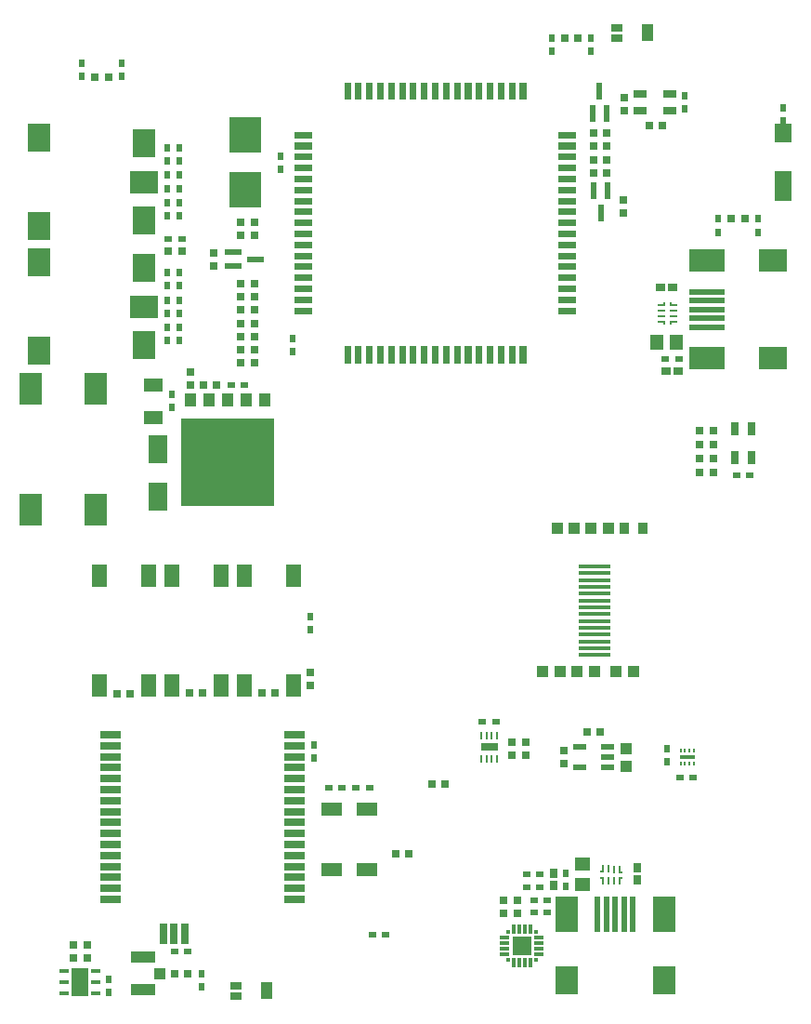
<source format=gtp>
G04*
G04 #@! TF.GenerationSoftware,Altium Limited,Altium Designer,18.1.9 (240)*
G04*
G04 Layer_Color=8421504*
%FSLAX44Y44*%
%MOMM*%
G71*
G01*
G75*
%ADD19R,0.7000X0.9000*%
%ADD20R,0.5000X1.5000*%
%ADD21R,0.6000X0.8000*%
%ADD22R,0.8000X0.7000*%
%ADD23R,0.7000X0.8000*%
%ADD24R,0.8000X0.6000*%
%ADD25R,2.0000X3.0000*%
%ADD26R,1.0000X1.2000*%
%ADD27R,8.4500X8.0000*%
%ADD28R,1.8000X1.3000*%
%ADD29R,1.7500X2.6500*%
%ADD30R,1.5000X0.5000*%
%ADD31R,1.0000X0.6500*%
%ADD32R,1.0000X1.6000*%
%ADD33R,3.0000X3.2000*%
%ADD34R,1.2000X0.8000*%
%ADD35R,1.5000X0.7500*%
%ADD36R,0.2000X0.7000*%
%ADD37R,1.0000X1.0000*%
%ADD38R,1.0000X1.0000*%
%ADD39R,1.2000X0.5500*%
%ADD40R,0.9000X1.0000*%
%ADD41R,3.0000X0.3200*%
%ADD42R,1.6000X2.7000*%
%ADD43R,1.6000X1.8000*%
G04:AMPARAMS|DCode=44|XSize=0.2mm|YSize=0.4mm|CornerRadius=0.02mm|HoleSize=0mm|Usage=FLASHONLY|Rotation=180.000|XOffset=0mm|YOffset=0mm|HoleType=Round|Shape=RoundedRectangle|*
%AMROUNDEDRECTD44*
21,1,0.2000,0.3600,0,0,180.0*
21,1,0.1600,0.4000,0,0,180.0*
1,1,0.0400,-0.0800,0.1800*
1,1,0.0400,0.0800,0.1800*
1,1,0.0400,0.0800,-0.1800*
1,1,0.0400,-0.0800,-0.1800*
%
%ADD44ROUNDEDRECTD44*%
G04:AMPARAMS|DCode=45|XSize=0.2mm|YSize=0.7mm|CornerRadius=0.02mm|HoleSize=0mm|Usage=FLASHONLY|Rotation=270.000|XOffset=0mm|YOffset=0mm|HoleType=Round|Shape=RoundedRectangle|*
%AMROUNDEDRECTD45*
21,1,0.2000,0.6600,0,0,270.0*
21,1,0.1600,0.7000,0,0,270.0*
1,1,0.0400,-0.3300,-0.0800*
1,1,0.0400,-0.3300,0.0800*
1,1,0.0400,0.3300,0.0800*
1,1,0.0400,0.3300,-0.0800*
%
%ADD45ROUNDEDRECTD45*%
%ADD46R,0.9000X0.7000*%
%ADD47R,2.5000X2.0000*%
%ADD48R,3.3000X2.0000*%
%ADD49R,3.3000X0.5000*%
%ADD50R,1.2000X1.4000*%
%ADD51R,2.6000X2.0000*%
%ADD52R,2.0000X2.5000*%
%ADD53R,2.0000X2.5500*%
%ADD54R,0.8000X1.2000*%
%ADD55R,2.2000X1.0500*%
%ADD56R,1.0500X1.0000*%
%ADD57R,1.4000X2.1000*%
%ADD58R,0.7000X1.8500*%
%ADD59R,1.8500X0.7000*%
G04:AMPARAMS|DCode=60|XSize=0.2mm|YSize=0.4mm|CornerRadius=0.02mm|HoleSize=0mm|Usage=FLASHONLY|Rotation=90.000|XOffset=0mm|YOffset=0mm|HoleType=Round|Shape=RoundedRectangle|*
%AMROUNDEDRECTD60*
21,1,0.2000,0.3600,0,0,90.0*
21,1,0.1600,0.4000,0,0,90.0*
1,1,0.0400,0.1800,0.0800*
1,1,0.0400,0.1800,-0.0800*
1,1,0.0400,-0.1800,-0.0800*
1,1,0.0400,-0.1800,0.0800*
%
%ADD60ROUNDEDRECTD60*%
G04:AMPARAMS|DCode=61|XSize=0.2mm|YSize=0.7mm|CornerRadius=0.02mm|HoleSize=0mm|Usage=FLASHONLY|Rotation=180.000|XOffset=0mm|YOffset=0mm|HoleType=Round|Shape=RoundedRectangle|*
%AMROUNDEDRECTD61*
21,1,0.2000,0.6600,0,0,180.0*
21,1,0.1600,0.7000,0,0,180.0*
1,1,0.0400,-0.0800,0.3300*
1,1,0.0400,0.0800,0.3300*
1,1,0.0400,0.0800,-0.3300*
1,1,0.0400,-0.0800,-0.3300*
%
%ADD61ROUNDEDRECTD61*%
%ADD62R,1.4000X1.2000*%
%ADD63R,2.0000X3.3000*%
%ADD64R,0.5000X3.3000*%
%ADD65R,1.4400X0.4400*%
%ADD66R,0.2000X0.3500*%
%ADD67R,1.8000X1.8000*%
%ADD68R,0.3000X0.9000*%
%ADD69R,0.3000X0.3000*%
%ADD70R,0.3000X0.3000*%
%ADD71R,0.9000X0.3000*%
%ADD72R,1.9000X1.3000*%
%ADD73R,0.8500X0.4500*%
%ADD74R,1.6000X2.5000*%
G36*
X502100Y824300D02*
X496100D01*
Y840300D01*
X502100D01*
Y824300D01*
D02*
G37*
G36*
X492100D02*
X486100D01*
Y840300D01*
X492100D01*
Y824300D01*
D02*
G37*
G36*
X482100D02*
X476100D01*
Y840300D01*
X482100D01*
Y824300D01*
D02*
G37*
G36*
X472100D02*
X466100D01*
Y840300D01*
X472100D01*
Y824300D01*
D02*
G37*
G36*
X462100D02*
X456100D01*
Y840300D01*
X462100D01*
Y824300D01*
D02*
G37*
G36*
X452100D02*
X446100D01*
Y840300D01*
X452100D01*
Y824300D01*
D02*
G37*
G36*
X442100D02*
X436100D01*
Y840300D01*
X442100D01*
Y824300D01*
D02*
G37*
G36*
X432100D02*
X426100D01*
Y840300D01*
X432100D01*
Y824300D01*
D02*
G37*
G36*
X422100D02*
X416100D01*
Y840300D01*
X422100D01*
Y824300D01*
D02*
G37*
G36*
X412100D02*
X406100D01*
Y840300D01*
X412100D01*
Y824300D01*
D02*
G37*
G36*
X402100D02*
X396100D01*
Y840300D01*
X402100D01*
Y824300D01*
D02*
G37*
G36*
X392100D02*
X386100D01*
Y840300D01*
X392100D01*
Y824300D01*
D02*
G37*
G36*
X382100D02*
X376100D01*
Y840300D01*
X382100D01*
Y824300D01*
D02*
G37*
G36*
X372100D02*
X366100D01*
Y840300D01*
X372100D01*
Y824300D01*
D02*
G37*
G36*
X362100D02*
X356100D01*
Y840300D01*
X362100D01*
Y824300D01*
D02*
G37*
G36*
X352100D02*
X346100D01*
Y840300D01*
X352100D01*
Y824300D01*
D02*
G37*
G36*
X342100D02*
X336100D01*
Y840300D01*
X342100D01*
Y824300D01*
D02*
G37*
G36*
X547100Y789300D02*
X531100D01*
Y795300D01*
X547100D01*
Y789300D01*
D02*
G37*
G36*
X307100D02*
X291100D01*
Y795300D01*
X307100D01*
Y789300D01*
D02*
G37*
G36*
X547100Y779300D02*
X531100D01*
Y785300D01*
X547100D01*
Y779300D01*
D02*
G37*
G36*
X307100D02*
X291100D01*
Y785300D01*
X307100D01*
Y779300D01*
D02*
G37*
G36*
X547100Y769300D02*
X531100D01*
Y775300D01*
X547100D01*
Y769300D01*
D02*
G37*
G36*
X307100D02*
X291100D01*
Y775300D01*
X307100D01*
Y769300D01*
D02*
G37*
G36*
X547100Y759300D02*
X531100D01*
Y765300D01*
X547100D01*
Y759300D01*
D02*
G37*
G36*
X307100D02*
X291100D01*
Y765300D01*
X307100D01*
Y759300D01*
D02*
G37*
G36*
X547100Y749300D02*
X531100D01*
Y755300D01*
X547100D01*
Y749300D01*
D02*
G37*
G36*
X307100D02*
X291100D01*
Y755300D01*
X307100D01*
Y749300D01*
D02*
G37*
G36*
X547100Y739300D02*
X531100D01*
Y745300D01*
X547100D01*
Y739300D01*
D02*
G37*
G36*
X307100D02*
X291100D01*
Y745300D01*
X307100D01*
Y739300D01*
D02*
G37*
G36*
X547100Y729300D02*
X531100D01*
Y735300D01*
X547100D01*
Y729300D01*
D02*
G37*
G36*
X307100D02*
X291100D01*
Y735300D01*
X307100D01*
Y729300D01*
D02*
G37*
G36*
X547100Y719300D02*
X531100D01*
Y725300D01*
X547100D01*
Y719300D01*
D02*
G37*
G36*
X307100D02*
X291100D01*
Y725300D01*
X307100D01*
Y719300D01*
D02*
G37*
G36*
X547100Y709300D02*
X531100D01*
Y715300D01*
X547100D01*
Y709300D01*
D02*
G37*
G36*
X307100D02*
X291100D01*
Y715300D01*
X307100D01*
Y709300D01*
D02*
G37*
G36*
X547100Y699300D02*
X531100D01*
Y705300D01*
X547100D01*
Y699300D01*
D02*
G37*
G36*
X307100D02*
X291100D01*
Y705300D01*
X307100D01*
Y699300D01*
D02*
G37*
G36*
X547100Y689300D02*
X531100D01*
Y695300D01*
X547100D01*
Y689300D01*
D02*
G37*
G36*
X307100D02*
X291100D01*
Y695300D01*
X307100D01*
Y689300D01*
D02*
G37*
G36*
X547100Y679300D02*
X531100D01*
Y685300D01*
X547100D01*
Y679300D01*
D02*
G37*
G36*
X307100D02*
X291100D01*
Y685300D01*
X307100D01*
Y679300D01*
D02*
G37*
G36*
X547100Y669300D02*
X531100D01*
Y675300D01*
X547100D01*
Y669300D01*
D02*
G37*
G36*
X307100D02*
X291100D01*
Y675300D01*
X307100D01*
Y669300D01*
D02*
G37*
G36*
X547100Y659300D02*
X531100D01*
Y665300D01*
X547100D01*
Y659300D01*
D02*
G37*
G36*
X307100D02*
X291100D01*
Y665300D01*
X307100D01*
Y659300D01*
D02*
G37*
G36*
X547100Y649300D02*
X531100D01*
Y655300D01*
X547100D01*
Y649300D01*
D02*
G37*
G36*
X307100D02*
X291100D01*
Y655300D01*
X307100D01*
Y649300D01*
D02*
G37*
G36*
X547100Y639300D02*
X531100D01*
Y645300D01*
X547100D01*
Y639300D01*
D02*
G37*
G36*
X307100D02*
X291100D01*
Y645300D01*
X307100D01*
Y639300D01*
D02*
G37*
G36*
X547100Y629300D02*
X531100D01*
Y635300D01*
X547100D01*
Y629300D01*
D02*
G37*
G36*
X307100D02*
X291100D01*
Y635300D01*
X307100D01*
Y629300D01*
D02*
G37*
G36*
X502100Y584300D02*
X496100D01*
Y600300D01*
X502100D01*
Y584300D01*
D02*
G37*
G36*
X492100D02*
X486100D01*
Y600300D01*
X492100D01*
Y584300D01*
D02*
G37*
G36*
X482100D02*
X476100D01*
Y600300D01*
X482100D01*
Y584300D01*
D02*
G37*
G36*
X472100D02*
X466100D01*
Y600300D01*
X472100D01*
Y584300D01*
D02*
G37*
G36*
X462100D02*
X456100D01*
Y600300D01*
X462100D01*
Y584300D01*
D02*
G37*
G36*
X452100D02*
X446100D01*
Y600300D01*
X452100D01*
Y584300D01*
D02*
G37*
G36*
X442100D02*
X436100D01*
Y600300D01*
X442100D01*
Y584300D01*
D02*
G37*
G36*
X432100D02*
X426100D01*
Y600300D01*
X432100D01*
Y584300D01*
D02*
G37*
G36*
X422100D02*
X416100D01*
Y600300D01*
X422100D01*
Y584300D01*
D02*
G37*
G36*
X412100D02*
X406100D01*
Y600300D01*
X412100D01*
Y584300D01*
D02*
G37*
G36*
X402100D02*
X396100D01*
Y600300D01*
X402100D01*
Y584300D01*
D02*
G37*
G36*
X392100D02*
X386100D01*
Y600300D01*
X392100D01*
Y584300D01*
D02*
G37*
G36*
X382100D02*
X376100D01*
Y600300D01*
X382100D01*
Y584300D01*
D02*
G37*
G36*
X372100D02*
X366100D01*
Y600300D01*
X372100D01*
Y584300D01*
D02*
G37*
G36*
X362100D02*
X356100D01*
Y600300D01*
X362100D01*
Y584300D01*
D02*
G37*
G36*
X352100D02*
X346100D01*
Y600300D01*
X352100D01*
Y584300D01*
D02*
G37*
G36*
X342100D02*
X336100D01*
Y600300D01*
X342100D01*
Y584300D01*
D02*
G37*
D19*
X603600Y125080D02*
D03*
Y114080D02*
D03*
X526800Y120080D02*
D03*
Y109080D02*
D03*
D20*
X562300Y812371D02*
D03*
X575300D02*
D03*
X568800Y832371D02*
D03*
X570000Y721500D02*
D03*
X563500Y741500D02*
D03*
X576500D02*
D03*
D21*
X646200Y828000D02*
D03*
Y816000D02*
D03*
X179000Y544000D02*
D03*
Y556000D02*
D03*
X278000Y773000D02*
D03*
Y761000D02*
D03*
X561000Y868700D02*
D03*
Y880700D02*
D03*
X525000Y868700D02*
D03*
Y880700D02*
D03*
X97000Y857600D02*
D03*
Y845600D02*
D03*
X133500Y857800D02*
D03*
Y845800D02*
D03*
X713000Y704000D02*
D03*
Y716000D02*
D03*
X677000Y704000D02*
D03*
Y716000D02*
D03*
X288914Y607316D02*
D03*
Y595316D02*
D03*
X736000Y817000D02*
D03*
Y805000D02*
D03*
X174600Y655050D02*
D03*
Y667050D02*
D03*
X185600Y655050D02*
D03*
Y667050D02*
D03*
X174600Y605050D02*
D03*
Y617050D02*
D03*
X185600Y605050D02*
D03*
Y617050D02*
D03*
X185600Y768700D02*
D03*
Y780700D02*
D03*
X174600Y768700D02*
D03*
Y780700D02*
D03*
Y743700D02*
D03*
Y755700D02*
D03*
X185600Y743700D02*
D03*
Y755700D02*
D03*
Y718700D02*
D03*
Y730700D02*
D03*
X174600Y718700D02*
D03*
Y730700D02*
D03*
X174600Y630050D02*
D03*
Y642050D02*
D03*
X185600Y630050D02*
D03*
Y642050D02*
D03*
X630000Y234000D02*
D03*
Y222000D02*
D03*
X206105Y17026D02*
D03*
Y29025D02*
D03*
X305460Y341980D02*
D03*
Y353980D02*
D03*
X308450Y225000D02*
D03*
Y237000D02*
D03*
X538300Y108580D02*
D03*
Y120580D02*
D03*
X121600Y23800D02*
D03*
Y11800D02*
D03*
D22*
X575000Y782300D02*
D03*
X563000D02*
D03*
X626000Y801000D02*
D03*
X614000D02*
D03*
X575000Y770000D02*
D03*
X563000D02*
D03*
X563000Y794000D02*
D03*
X575000D02*
D03*
X563000Y758000D02*
D03*
X575000D02*
D03*
X188000Y686300D02*
D03*
X176000D02*
D03*
X208000Y565000D02*
D03*
X220000D02*
D03*
X242000Y701000D02*
D03*
X254000D02*
D03*
X254000Y633000D02*
D03*
X242000D02*
D03*
X254000Y621000D02*
D03*
X242000D02*
D03*
Y657000D02*
D03*
X254000D02*
D03*
Y585000D02*
D03*
X242000D02*
D03*
X254000Y597000D02*
D03*
X242000D02*
D03*
X254000Y609000D02*
D03*
X242000D02*
D03*
Y645000D02*
D03*
X254000D02*
D03*
X557200Y249000D02*
D03*
X569200D02*
D03*
X254000Y713000D02*
D03*
X242000D02*
D03*
X537000Y880700D02*
D03*
X549000D02*
D03*
X109100Y845300D02*
D03*
X121100D02*
D03*
X689000Y716000D02*
D03*
X701000D02*
D03*
X141280Y283924D02*
D03*
X129280D02*
D03*
X672290Y497640D02*
D03*
X660290D02*
D03*
X672290Y485000D02*
D03*
X660290D02*
D03*
X672290Y510340D02*
D03*
X660290D02*
D03*
X195320Y284480D02*
D03*
X207320D02*
D03*
X672290Y523040D02*
D03*
X660290D02*
D03*
X261360Y284480D02*
D03*
X273360D02*
D03*
X193220Y29025D02*
D03*
X181220D02*
D03*
X416000Y201165D02*
D03*
X428000D02*
D03*
X395000Y138000D02*
D03*
X383000D02*
D03*
X493630Y95980D02*
D03*
X481630D02*
D03*
X481630Y83980D02*
D03*
X493630D02*
D03*
D23*
X590500Y733300D02*
D03*
Y721300D02*
D03*
X591000Y814200D02*
D03*
Y826200D02*
D03*
X196000Y565000D02*
D03*
Y577000D02*
D03*
X217000Y685000D02*
D03*
Y673000D02*
D03*
X536200Y220000D02*
D03*
Y232000D02*
D03*
X489000Y228000D02*
D03*
Y240000D02*
D03*
X501800Y228000D02*
D03*
Y240000D02*
D03*
X305460Y291180D02*
D03*
Y303180D02*
D03*
X101560Y55038D02*
D03*
Y43038D02*
D03*
X89010Y55038D02*
D03*
Y43038D02*
D03*
D24*
X233000Y565000D02*
D03*
X245000D02*
D03*
X176000Y698000D02*
D03*
X188000D02*
D03*
X474200Y258000D02*
D03*
X462200D02*
D03*
X321800Y198000D02*
D03*
X333800D02*
D03*
X641000Y588700D02*
D03*
X629000D02*
D03*
X654000Y207200D02*
D03*
X642000D02*
D03*
X706000Y482400D02*
D03*
X694000D02*
D03*
X181220Y49450D02*
D03*
X193220D02*
D03*
X359060Y198120D02*
D03*
X347060D02*
D03*
X362000Y64310D02*
D03*
X374000D02*
D03*
X502260Y119060D02*
D03*
X514260D02*
D03*
X502260Y107630D02*
D03*
X514260D02*
D03*
X509000Y85000D02*
D03*
X521000D02*
D03*
X509000Y96000D02*
D03*
X521000D02*
D03*
D25*
X50000Y451000D02*
D03*
Y561000D02*
D03*
X110000Y451000D02*
D03*
Y561000D02*
D03*
D26*
X264000Y551000D02*
D03*
X247000D02*
D03*
X230000D02*
D03*
X213000D02*
D03*
X196000D02*
D03*
D27*
X230000Y494450D02*
D03*
D28*
X162000Y535500D02*
D03*
Y564500D02*
D03*
D29*
X166000Y463500D02*
D03*
Y506500D02*
D03*
D30*
X235000Y685700D02*
D03*
Y672700D02*
D03*
X255000Y679200D02*
D03*
D31*
X584230Y890100D02*
D03*
Y880700D02*
D03*
X237100Y8578D02*
D03*
Y17978D02*
D03*
D32*
X612200Y885400D02*
D03*
X265070Y13278D02*
D03*
D33*
X246000Y742300D02*
D03*
Y792300D02*
D03*
D34*
X632500Y814500D02*
D03*
Y829500D02*
D03*
X606100D02*
D03*
Y814500D02*
D03*
D35*
X468200Y235000D02*
D03*
D36*
X475700Y245500D02*
D03*
X470700D02*
D03*
X465700D02*
D03*
X460700D02*
D03*
X475700Y224500D02*
D03*
X470700D02*
D03*
X465700D02*
D03*
X460700D02*
D03*
D37*
X517000Y304000D02*
D03*
X533000D02*
D03*
X546000Y434000D02*
D03*
X530000D02*
D03*
X577000D02*
D03*
X561000D02*
D03*
X564000Y304000D02*
D03*
X548000D02*
D03*
X584000D02*
D03*
X600000D02*
D03*
D38*
X592800Y217800D02*
D03*
Y233800D02*
D03*
D39*
X575800Y216600D02*
D03*
Y226100D02*
D03*
Y235600D02*
D03*
X550800D02*
D03*
Y216600D02*
D03*
D40*
X591500Y434000D02*
D03*
X608500D02*
D03*
D41*
X564000Y319000D02*
D03*
Y325200D02*
D03*
Y331400D02*
D03*
Y337600D02*
D03*
Y343800D02*
D03*
Y350000D02*
D03*
Y356200D02*
D03*
Y362400D02*
D03*
Y368600D02*
D03*
Y374800D02*
D03*
Y381000D02*
D03*
Y387200D02*
D03*
Y393400D02*
D03*
Y399600D02*
D03*
D42*
X736000Y745500D02*
D03*
D43*
Y794000D02*
D03*
D44*
X627600Y621600D02*
D03*
X628100Y638600D02*
D03*
X633600Y621600D02*
D03*
Y638600D02*
D03*
D45*
X625600Y637600D02*
D03*
Y632600D02*
D03*
X625100Y622600D02*
D03*
Y627600D02*
D03*
X636100Y632600D02*
D03*
Y627600D02*
D03*
Y622600D02*
D03*
Y637600D02*
D03*
D46*
X624500Y654000D02*
D03*
X635500D02*
D03*
X629500Y577200D02*
D03*
X640500D02*
D03*
D47*
X727000Y589100D02*
D03*
Y678100D02*
D03*
D48*
X667000D02*
D03*
Y589100D02*
D03*
D49*
Y617600D02*
D03*
Y625600D02*
D03*
Y633600D02*
D03*
Y641600D02*
D03*
Y649600D02*
D03*
D50*
X621100Y603700D02*
D03*
X639100D02*
D03*
D51*
X153300Y636150D02*
D03*
X153300Y749550D02*
D03*
D52*
X153300Y601150D02*
D03*
Y671150D02*
D03*
X153300Y784550D02*
D03*
Y714550D02*
D03*
X538700Y22580D02*
D03*
X627700D02*
D03*
D53*
X58300Y676400D02*
D03*
Y595900D02*
D03*
X58300Y709300D02*
D03*
Y789800D02*
D03*
D54*
X692460Y524910D02*
D03*
X707460D02*
D03*
Y498510D02*
D03*
X692460D02*
D03*
D55*
X152970Y44275D02*
D03*
Y14776D02*
D03*
D56*
X168220Y29025D02*
D03*
D57*
X157780Y390920D02*
D03*
X112780D02*
D03*
Y290920D02*
D03*
X157780D02*
D03*
X178820Y290916D02*
D03*
X223820D02*
D03*
Y390916D02*
D03*
X178820D02*
D03*
X244860Y290920D02*
D03*
X289860D02*
D03*
Y390920D02*
D03*
X244860D02*
D03*
D58*
X191100Y65300D02*
D03*
X181100D02*
D03*
X171100D02*
D03*
D59*
X123150Y246450D02*
D03*
Y236450D02*
D03*
Y226450D02*
D03*
Y216450D02*
D03*
Y206450D02*
D03*
Y196450D02*
D03*
Y186450D02*
D03*
Y176450D02*
D03*
Y166450D02*
D03*
Y156450D02*
D03*
Y146450D02*
D03*
Y136450D02*
D03*
Y126450D02*
D03*
Y116450D02*
D03*
Y106450D02*
D03*
Y96450D02*
D03*
X291150D02*
D03*
Y106450D02*
D03*
Y116450D02*
D03*
Y126450D02*
D03*
Y136450D02*
D03*
Y146450D02*
D03*
Y156450D02*
D03*
Y166450D02*
D03*
Y176450D02*
D03*
Y186450D02*
D03*
Y196450D02*
D03*
Y206450D02*
D03*
Y216450D02*
D03*
Y226450D02*
D03*
Y236450D02*
D03*
Y246450D02*
D03*
D60*
X571200Y121980D02*
D03*
X588200Y121480D02*
D03*
X571200Y115980D02*
D03*
X588200D02*
D03*
D61*
X587200Y123980D02*
D03*
X572200Y124480D02*
D03*
X582200Y113480D02*
D03*
X577200D02*
D03*
X572200D02*
D03*
X587200D02*
D03*
X577200Y124480D02*
D03*
X582200Y123980D02*
D03*
D62*
X553300Y110480D02*
D03*
Y128480D02*
D03*
D63*
X627700Y82580D02*
D03*
X538700D02*
D03*
D64*
X567200D02*
D03*
X575200D02*
D03*
X583200D02*
D03*
X591200D02*
D03*
X599200D02*
D03*
D65*
X648800Y226000D02*
D03*
D66*
X654800Y232100D02*
D03*
X650800D02*
D03*
X646800D02*
D03*
X642800D02*
D03*
X642800Y219900D02*
D03*
X646800D02*
D03*
X650800D02*
D03*
X654800D02*
D03*
D67*
X498000Y54310D02*
D03*
D68*
X500500Y38810D02*
D03*
X495500D02*
D03*
X505500D02*
D03*
X490500D02*
D03*
X505500Y69810D02*
D03*
X490500D02*
D03*
X500500D02*
D03*
X495500D02*
D03*
D69*
X485500Y41810D02*
D03*
X510500Y66810D02*
D03*
D70*
Y41810D02*
D03*
X485500Y66810D02*
D03*
D71*
X513500Y46810D02*
D03*
Y51810D02*
D03*
X482500Y61810D02*
D03*
Y46810D02*
D03*
Y56810D02*
D03*
Y51810D02*
D03*
X513500Y61810D02*
D03*
Y56810D02*
D03*
D72*
X324710Y123630D02*
D03*
Y178630D02*
D03*
X356710D02*
D03*
Y123630D02*
D03*
D73*
X109860Y31098D02*
D03*
Y21098D02*
D03*
Y11098D02*
D03*
X80860D02*
D03*
Y21098D02*
D03*
Y31098D02*
D03*
D74*
X95360Y21098D02*
D03*
M02*

</source>
